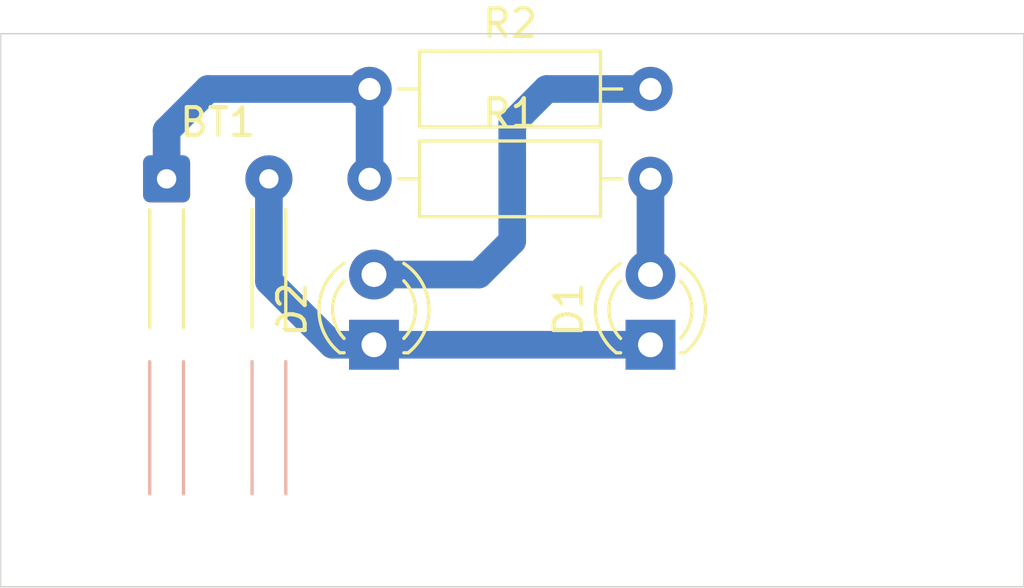
<source format=kicad_pcb>
(kicad_pcb (version 20240108) (generator "pcbnew") (generator_version "8.0")
  (layers (0 "F.Cu" signal) (31 "B.Cu" signal) (34 "B.Paste" user) (35 "F.Paste" user) (36 "B.SilkS" user "B.Silkscreen") (37 "F.SilkS" user "F.Silkscreen") (38 "B.Mask" user) (39 "F.Mask" user) (44 "Edge.Cuts" user))
  (net 0 "")
  (net 1 "Net-(BT1-+)")
  (net 2 "Net-(BT1--)")
  (net 3 "Net-(D1-A)")
  (net 4 "Net-(D2-A)")
  (footprint "Resistor_THT:R_Axial_DIN0207_L6.3mm_D2.5mm_P10.16mm_Horizontal" (layer "F.Cu") (at 113.34 82)
    (property "Reference" "R2" (at 5.08 -2.37 0) (layer "F.SilkS"))
    (property "Value" "R")
    (fp_line (start 1.04 0) (end 1.81 0) (stroke (width 0.12)) (layer "F.SilkS"))
    (fp_line (start 1.81 -1.37) (end 1.81 1.37) (stroke (width 0.12)) (layer "F.SilkS"))
    (fp_line (start 1.81 1.37) (end 8.35 1.37) (stroke (width 0.12)) (layer "F.SilkS"))
    (fp_line (start 8.35 -1.37) (end 1.81 -1.37) (stroke (width 0.12)) (layer "F.SilkS"))
    (fp_line (start 8.35 1.37) (end 8.35 -1.37) (stroke (width 0.12)) (layer "F.SilkS"))
    (fp_line (start 9.12 0) (end 8.35 0) (stroke (width 0.12)) (layer "F.SilkS"))
    (pad "1" thru_hole circle (at 0 0) (size 1.6 1.6) (drill 0.8) (layers "*.Cu" "*.Mask") (net 1 "Net-(BT1-+)"))
    (pad "2" thru_hole oval (at 10.16 0) (size 1.6 1.6) (drill 0.8) (layers "*.Cu" "*.Mask") (net 4 "Net-(D2-A)"))
  )
  (footprint "LED_THT:LED_D3.0mm" (layer "F.Cu") (at 123.5 91.25 90)
    (property "Reference" "D1" (at 1.27 -2.96 270) (layer "F.SilkS"))
    (property "Value" "LED")
    (fp_line (start -0.29 -1.236) (end -0.29 -1.08) (stroke (width 0.12)) (layer "F.SilkS"))
    (fp_line (start -0.29 1.08) (end -0.29 1.236) (stroke (width 0.12)) (layer "F.SilkS"))
    (fp_arc (start -0.29 -1.235516) (mid 1.366487 -1.987659) (end 2.942335 -1.078608) (stroke (width 0.12)) (layer "F.SilkS"))
    (fp_arc (start 0.229039 -1.08) (mid 1.270117 -1.5) (end 2.31113 -1.079837) (stroke (width 0.12)) (layer "F.SilkS"))
    (fp_arc (start 2.942335 1.078608) (mid 1.366487 1.987659) (end -0.29 1.235516) (stroke (width 0.12)) (layer "F.SilkS"))
    (fp_arc (start 2.31113 1.079837) (mid 1.270117 1.5) (end 0.229039 1.08) (stroke (width 0.12)) (layer "F.SilkS"))
    (pad "1" thru_hole rect (at 0 0 90) (size 1.8 1.8) (drill 0.9) (layers "*.Cu" "*.Mask") (net 2 "Net-(BT1--)"))
    (pad "2" thru_hole circle (at 2.54 0 90) (size 1.8 1.8) (drill 0.9) (layers "*.Cu" "*.Mask") (net 3 "Net-(D1-A)"))
  )
  (footprint "Resistor_THT:R_Axial_DIN0207_L6.3mm_D2.5mm_P10.16mm_Horizontal" (layer "F.Cu") (at 113.34 85.25)
    (property "Reference" "R1" (at 5.08 -2.37 0) (layer "F.SilkS"))
    (property "Value" "R")
    (fp_line (start 1.04 0) (end 1.81 0) (stroke (width 0.12)) (layer "F.SilkS"))
    (fp_line (start 1.81 -1.37) (end 1.81 1.37) (stroke (width 0.12)) (layer "F.SilkS"))
    (fp_line (start 1.81 1.37) (end 8.35 1.37) (stroke (width 0.12)) (layer "F.SilkS"))
    (fp_line (start 8.35 -1.37) (end 1.81 -1.37) (stroke (width 0.12)) (layer "F.SilkS"))
    (fp_line (start 8.35 1.37) (end 8.35 -1.37) (stroke (width 0.12)) (layer "F.SilkS"))
    (fp_line (start 9.12 0) (end 8.35 0) (stroke (width 0.12)) (layer "F.SilkS"))
    (pad "1" thru_hole circle (at 0 0) (size 1.6 1.6) (drill 0.8) (layers "*.Cu" "*.Mask") (net 1 "Net-(BT1-+)"))
    (pad "2" thru_hole oval (at 10.16 0) (size 1.6 1.6) (drill 0.8) (layers "*.Cu" "*.Mask") (net 3 "Net-(D1-A)"))
  )
  (footprint "LED_THT:LED_D3.0mm" (layer "F.Cu") (at 113.5 91.25 90)
    (property "Reference" "D2" (at 1.27 -2.96 270) (layer "F.SilkS"))
    (property "Value" "LED")
    (fp_line (start -0.29 -1.236) (end -0.29 -1.08) (stroke (width 0.12)) (layer "F.SilkS"))
    (fp_line (start -0.29 1.08) (end -0.29 1.236) (stroke (width 0.12)) (layer "F.SilkS"))
    (fp_arc (start -0.29 -1.235516) (mid 1.366487 -1.987659) (end 2.942335 -1.078608) (stroke (width 0.12)) (layer "F.SilkS"))
    (fp_arc (start 0.229039 -1.08) (mid 1.270117 -1.5) (end 2.31113 -1.079837) (stroke (width 0.12)) (layer "F.SilkS"))
    (fp_arc (start 2.942335 1.078608) (mid 1.366487 1.987659) (end -0.29 1.235516) (stroke (width 0.12)) (layer "F.SilkS"))
    (fp_arc (start 2.31113 1.079837) (mid 1.270117 1.5) (end 0.229039 1.08) (stroke (width 0.12)) (layer "F.SilkS"))
    (pad "1" thru_hole rect (at 0 0 90) (size 1.8 1.8) (drill 0.9) (layers "*.Cu" "*.Mask") (net 2 "Net-(BT1--)"))
    (pad "2" thru_hole circle (at 2.54 0 90) (size 1.8 1.8) (drill 0.9) (layers "*.Cu" "*.Mask") (net 4 "Net-(D2-A)"))
  )
  (footprint "Connector_Wire:SolderWire-0.127sqmm_1x02_P3.7mm_D0.48mm_OD1mm_Relief2x" (layer "F.Cu") (at 106 85.25)
    (property "Reference" "BT1" (at 1.85 -2.05 0) (layer "F.SilkS"))
    (property "Value" "Battery_Cell")
    (fp_line (start -0.61 6.61) (end -0.61 11.39) (stroke (width 0.12)) (layer "B.SilkS"))
    (fp_line (start 0.61 6.61) (end 0.61 11.39) (stroke (width 0.12)) (layer "B.SilkS"))
    (fp_line (start 3.09 6.61) (end 3.09 11.39) (stroke (width 0.12)) (layer "B.SilkS"))
    (fp_line (start 4.31 6.61) (end 4.31 11.39) (stroke (width 0.12)) (layer "B.SilkS"))
    (fp_line (start -0.61 1.11) (end -0.61 5.39) (stroke (width 0.12)) (layer "F.SilkS"))
    (fp_line (start 0.61 1.11) (end 0.61 5.39) (stroke (width 0.12)) (layer "F.SilkS"))
    (fp_line (start 3.09 1.11) (end 3.09 5.39) (stroke (width 0.12)) (layer "F.SilkS"))
    (fp_line (start 4.31 1.11) (end 4.31 5.39) (stroke (width 0.12)) (layer "F.SilkS"))
    (pad "" np_thru_hole circle (at 0 6) (size 1.5 1.5) (drill 1.5) (layers "*.Cu" "*.Mask"))
    (pad "" np_thru_hole circle (at 0 12) (size 1.5 1.5) (drill 1.5) (layers "*.Cu" "*.Mask"))
    (pad "" np_thru_hole circle (at 3.7 6) (size 1.5 1.5) (drill 1.5) (layers "*.Cu" "*.Mask"))
    (pad "" np_thru_hole circle (at 3.7 12) (size 1.5 1.5) (drill 1.5) (layers "*.Cu" "*.Mask"))
    (pad "1" thru_hole roundrect (at 0 0) (size 1.7 1.7) (drill 0.7) (layers "*.Cu" "*.Mask") (roundrect_rratio 0.147059) (net 1 "Net-(BT1-+)"))
    (pad "2" thru_hole circle (at 3.7 0) (size 1.7 1.7) (drill 0.7) (layers "*.Cu" "*.Mask") (net 2 "Net-(BT1--)"))
  )
  (gr_rect (start 100 80) (end 137 100) (stroke (width 0.05)) (fill none) (layer "Edge.Cuts"))
  (segment (start 106 85.25) (end 106 83.5) (width 1) (layer "B.Cu") (net 1))
  (segment (start 106 83.5) (end 107.5 82) (width 1) (layer "B.Cu") (net 1))
  (segment (start 113.34 82) (end 113.34 85.25) (width 1) (layer "B.Cu") (net 1))
  (segment (start 107.5 82) (end 113.34 82) (width 1) (layer "B.Cu") (net 1))
  (segment (start 112 91.25) (end 113.5 91.25) (width 1) (layer "B.Cu") (net 2))
  (segment (start 123.5 91.25) (end 113.5 91.25) (width 1) (layer "B.Cu") (net 2))
  (segment (start 109.7 88.95) (end 112 91.25) (width 1) (layer "B.Cu") (net 2))
  (segment (start 109.7 85.25) (end 109.7 88.95) (width 1) (layer "B.Cu") (net 2))
  (segment (start 123.5 85.25) (end 123.5 88.71) (width 1) (layer "B.Cu") (net 3))
  (segment (start 118.5 87.5) (end 118.5 83.25) (width 1) (layer "B.Cu") (net 4))
  (segment (start 117.29 88.71) (end 118.5 87.5) (width 1) (layer "B.Cu") (net 4))
  (segment (start 118.5 83.25) (end 119.75 82) (width 1) (layer "B.Cu") (net 4))
  (segment (start 113.5 88.71) (end 117.29 88.71) (width 1) (layer "B.Cu") (net 4))
  (segment (start 119.75 82) (end 123.5 82) (width 1) (layer "B.Cu") (net 4))
)
</source>
